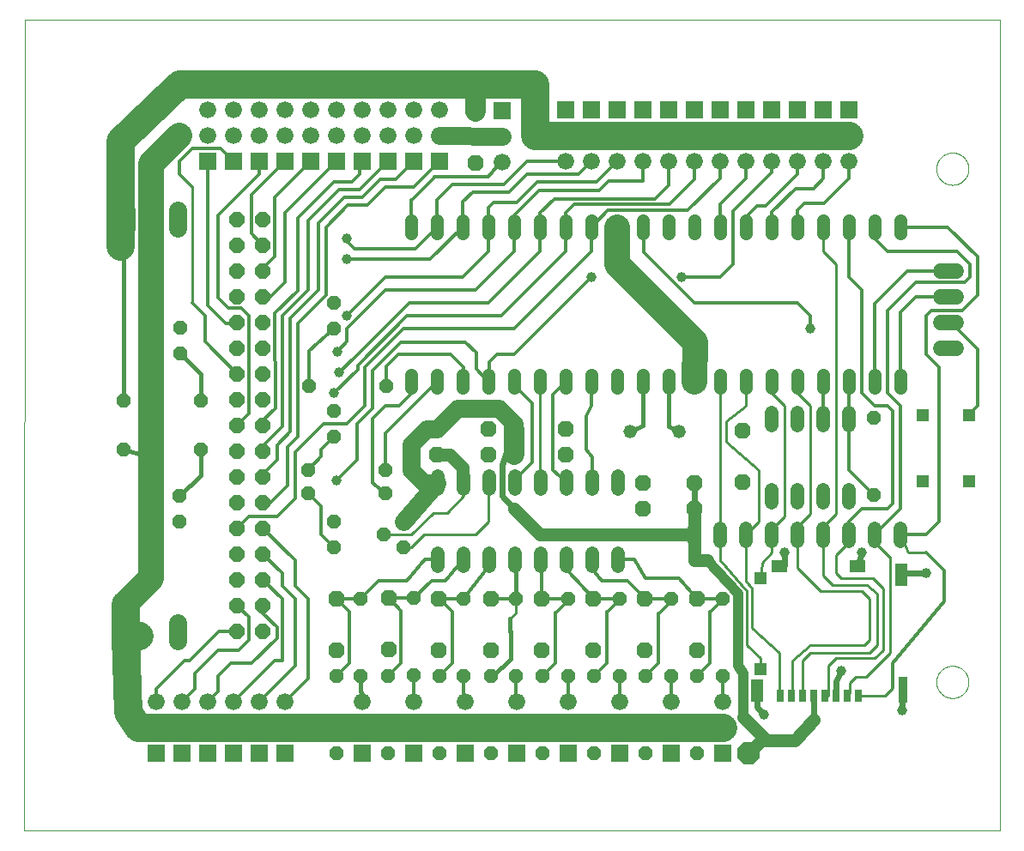
<source format=gtl>
G75*
%MOIN*%
%OFA0B0*%
%FSLAX25Y25*%
%IPPOS*%
%LPD*%
%AMOC8*
5,1,8,0,0,1.08239X$1,22.5*
%
%ADD10C,0.00000*%
%ADD11R,0.06600X0.06600*%
%ADD12C,0.06600*%
%ADD13C,0.05200*%
%ADD14OC8,0.06300*%
%ADD15C,0.07000*%
%ADD16OC8,0.05200*%
%ADD17C,0.05000*%
%ADD18C,0.05200*%
%ADD19OC8,0.06000*%
%ADD20C,0.05937*%
%ADD21R,0.05150X0.05150*%
%ADD22R,0.03150X0.04882*%
%ADD23R,0.05906X0.04528*%
%ADD24R,0.03740X0.09843*%
%ADD25R,0.04528X0.08661*%
%ADD26R,0.04567X0.04921*%
%ADD27R,0.04567X0.04724*%
%ADD28OC8,0.08500*%
%ADD29C,0.01600*%
%ADD30C,0.01200*%
%ADD31C,0.11000*%
%ADD32C,0.01000*%
%ADD33C,0.08000*%
%ADD34C,0.10000*%
%ADD35C,0.02400*%
%ADD36C,0.04000*%
%ADD37C,0.03962*%
%ADD38R,0.03962X0.03962*%
D10*
X0002170Y0001930D02*
X0002360Y0316881D01*
X0381061Y0316881D01*
X0381061Y0001920D01*
X0002170Y0001930D01*
X0356310Y0059720D02*
X0356312Y0059878D01*
X0356318Y0060035D01*
X0356328Y0060193D01*
X0356342Y0060350D01*
X0356360Y0060506D01*
X0356381Y0060663D01*
X0356407Y0060818D01*
X0356437Y0060973D01*
X0356470Y0061127D01*
X0356508Y0061280D01*
X0356549Y0061433D01*
X0356594Y0061584D01*
X0356643Y0061734D01*
X0356696Y0061882D01*
X0356752Y0062030D01*
X0356813Y0062175D01*
X0356876Y0062320D01*
X0356944Y0062462D01*
X0357015Y0062603D01*
X0357089Y0062742D01*
X0357167Y0062879D01*
X0357249Y0063014D01*
X0357333Y0063147D01*
X0357422Y0063278D01*
X0357513Y0063406D01*
X0357608Y0063533D01*
X0357705Y0063656D01*
X0357806Y0063778D01*
X0357910Y0063896D01*
X0358017Y0064012D01*
X0358127Y0064125D01*
X0358239Y0064236D01*
X0358355Y0064343D01*
X0358473Y0064448D01*
X0358593Y0064550D01*
X0358716Y0064648D01*
X0358842Y0064744D01*
X0358970Y0064836D01*
X0359100Y0064925D01*
X0359232Y0065011D01*
X0359367Y0065093D01*
X0359504Y0065172D01*
X0359642Y0065247D01*
X0359782Y0065319D01*
X0359925Y0065387D01*
X0360068Y0065452D01*
X0360214Y0065513D01*
X0360361Y0065570D01*
X0360509Y0065624D01*
X0360659Y0065674D01*
X0360809Y0065720D01*
X0360961Y0065762D01*
X0361114Y0065801D01*
X0361268Y0065835D01*
X0361423Y0065866D01*
X0361578Y0065892D01*
X0361734Y0065915D01*
X0361891Y0065934D01*
X0362048Y0065949D01*
X0362205Y0065960D01*
X0362363Y0065967D01*
X0362521Y0065970D01*
X0362678Y0065969D01*
X0362836Y0065964D01*
X0362993Y0065955D01*
X0363151Y0065942D01*
X0363307Y0065925D01*
X0363464Y0065904D01*
X0363619Y0065880D01*
X0363774Y0065851D01*
X0363929Y0065818D01*
X0364082Y0065782D01*
X0364235Y0065741D01*
X0364386Y0065697D01*
X0364536Y0065649D01*
X0364685Y0065598D01*
X0364833Y0065542D01*
X0364979Y0065483D01*
X0365124Y0065420D01*
X0365267Y0065353D01*
X0365408Y0065283D01*
X0365547Y0065210D01*
X0365685Y0065133D01*
X0365821Y0065052D01*
X0365954Y0064968D01*
X0366085Y0064881D01*
X0366214Y0064790D01*
X0366341Y0064696D01*
X0366466Y0064599D01*
X0366587Y0064499D01*
X0366707Y0064396D01*
X0366823Y0064290D01*
X0366937Y0064181D01*
X0367049Y0064069D01*
X0367157Y0063955D01*
X0367262Y0063837D01*
X0367365Y0063717D01*
X0367464Y0063595D01*
X0367560Y0063470D01*
X0367653Y0063342D01*
X0367743Y0063213D01*
X0367829Y0063081D01*
X0367913Y0062947D01*
X0367992Y0062811D01*
X0368069Y0062673D01*
X0368141Y0062533D01*
X0368210Y0062391D01*
X0368276Y0062248D01*
X0368338Y0062103D01*
X0368396Y0061956D01*
X0368451Y0061808D01*
X0368502Y0061659D01*
X0368549Y0061508D01*
X0368592Y0061357D01*
X0368631Y0061204D01*
X0368667Y0061050D01*
X0368698Y0060896D01*
X0368726Y0060741D01*
X0368750Y0060585D01*
X0368770Y0060428D01*
X0368786Y0060271D01*
X0368798Y0060114D01*
X0368806Y0059957D01*
X0368810Y0059799D01*
X0368810Y0059641D01*
X0368806Y0059483D01*
X0368798Y0059326D01*
X0368786Y0059169D01*
X0368770Y0059012D01*
X0368750Y0058855D01*
X0368726Y0058699D01*
X0368698Y0058544D01*
X0368667Y0058390D01*
X0368631Y0058236D01*
X0368592Y0058083D01*
X0368549Y0057932D01*
X0368502Y0057781D01*
X0368451Y0057632D01*
X0368396Y0057484D01*
X0368338Y0057337D01*
X0368276Y0057192D01*
X0368210Y0057049D01*
X0368141Y0056907D01*
X0368069Y0056767D01*
X0367992Y0056629D01*
X0367913Y0056493D01*
X0367829Y0056359D01*
X0367743Y0056227D01*
X0367653Y0056098D01*
X0367560Y0055970D01*
X0367464Y0055845D01*
X0367365Y0055723D01*
X0367262Y0055603D01*
X0367157Y0055485D01*
X0367049Y0055371D01*
X0366937Y0055259D01*
X0366823Y0055150D01*
X0366707Y0055044D01*
X0366587Y0054941D01*
X0366466Y0054841D01*
X0366341Y0054744D01*
X0366214Y0054650D01*
X0366085Y0054559D01*
X0365954Y0054472D01*
X0365821Y0054388D01*
X0365685Y0054307D01*
X0365547Y0054230D01*
X0365408Y0054157D01*
X0365267Y0054087D01*
X0365124Y0054020D01*
X0364979Y0053957D01*
X0364833Y0053898D01*
X0364685Y0053842D01*
X0364536Y0053791D01*
X0364386Y0053743D01*
X0364235Y0053699D01*
X0364082Y0053658D01*
X0363929Y0053622D01*
X0363774Y0053589D01*
X0363619Y0053560D01*
X0363464Y0053536D01*
X0363307Y0053515D01*
X0363151Y0053498D01*
X0362993Y0053485D01*
X0362836Y0053476D01*
X0362678Y0053471D01*
X0362521Y0053470D01*
X0362363Y0053473D01*
X0362205Y0053480D01*
X0362048Y0053491D01*
X0361891Y0053506D01*
X0361734Y0053525D01*
X0361578Y0053548D01*
X0361423Y0053574D01*
X0361268Y0053605D01*
X0361114Y0053639D01*
X0360961Y0053678D01*
X0360809Y0053720D01*
X0360659Y0053766D01*
X0360509Y0053816D01*
X0360361Y0053870D01*
X0360214Y0053927D01*
X0360068Y0053988D01*
X0359925Y0054053D01*
X0359782Y0054121D01*
X0359642Y0054193D01*
X0359504Y0054268D01*
X0359367Y0054347D01*
X0359232Y0054429D01*
X0359100Y0054515D01*
X0358970Y0054604D01*
X0358842Y0054696D01*
X0358716Y0054792D01*
X0358593Y0054890D01*
X0358473Y0054992D01*
X0358355Y0055097D01*
X0358239Y0055204D01*
X0358127Y0055315D01*
X0358017Y0055428D01*
X0357910Y0055544D01*
X0357806Y0055662D01*
X0357705Y0055784D01*
X0357608Y0055907D01*
X0357513Y0056034D01*
X0357422Y0056162D01*
X0357333Y0056293D01*
X0357249Y0056426D01*
X0357167Y0056561D01*
X0357089Y0056698D01*
X0357015Y0056837D01*
X0356944Y0056978D01*
X0356876Y0057120D01*
X0356813Y0057265D01*
X0356752Y0057410D01*
X0356696Y0057558D01*
X0356643Y0057706D01*
X0356594Y0057856D01*
X0356549Y0058007D01*
X0356508Y0058160D01*
X0356470Y0058313D01*
X0356437Y0058467D01*
X0356407Y0058622D01*
X0356381Y0058777D01*
X0356360Y0058934D01*
X0356342Y0059090D01*
X0356328Y0059247D01*
X0356318Y0059405D01*
X0356312Y0059562D01*
X0356310Y0059720D01*
X0356310Y0259120D02*
X0356312Y0259278D01*
X0356318Y0259435D01*
X0356328Y0259593D01*
X0356342Y0259750D01*
X0356360Y0259906D01*
X0356381Y0260063D01*
X0356407Y0260218D01*
X0356437Y0260373D01*
X0356470Y0260527D01*
X0356508Y0260680D01*
X0356549Y0260833D01*
X0356594Y0260984D01*
X0356643Y0261134D01*
X0356696Y0261282D01*
X0356752Y0261430D01*
X0356813Y0261575D01*
X0356876Y0261720D01*
X0356944Y0261862D01*
X0357015Y0262003D01*
X0357089Y0262142D01*
X0357167Y0262279D01*
X0357249Y0262414D01*
X0357333Y0262547D01*
X0357422Y0262678D01*
X0357513Y0262806D01*
X0357608Y0262933D01*
X0357705Y0263056D01*
X0357806Y0263178D01*
X0357910Y0263296D01*
X0358017Y0263412D01*
X0358127Y0263525D01*
X0358239Y0263636D01*
X0358355Y0263743D01*
X0358473Y0263848D01*
X0358593Y0263950D01*
X0358716Y0264048D01*
X0358842Y0264144D01*
X0358970Y0264236D01*
X0359100Y0264325D01*
X0359232Y0264411D01*
X0359367Y0264493D01*
X0359504Y0264572D01*
X0359642Y0264647D01*
X0359782Y0264719D01*
X0359925Y0264787D01*
X0360068Y0264852D01*
X0360214Y0264913D01*
X0360361Y0264970D01*
X0360509Y0265024D01*
X0360659Y0265074D01*
X0360809Y0265120D01*
X0360961Y0265162D01*
X0361114Y0265201D01*
X0361268Y0265235D01*
X0361423Y0265266D01*
X0361578Y0265292D01*
X0361734Y0265315D01*
X0361891Y0265334D01*
X0362048Y0265349D01*
X0362205Y0265360D01*
X0362363Y0265367D01*
X0362521Y0265370D01*
X0362678Y0265369D01*
X0362836Y0265364D01*
X0362993Y0265355D01*
X0363151Y0265342D01*
X0363307Y0265325D01*
X0363464Y0265304D01*
X0363619Y0265280D01*
X0363774Y0265251D01*
X0363929Y0265218D01*
X0364082Y0265182D01*
X0364235Y0265141D01*
X0364386Y0265097D01*
X0364536Y0265049D01*
X0364685Y0264998D01*
X0364833Y0264942D01*
X0364979Y0264883D01*
X0365124Y0264820D01*
X0365267Y0264753D01*
X0365408Y0264683D01*
X0365547Y0264610D01*
X0365685Y0264533D01*
X0365821Y0264452D01*
X0365954Y0264368D01*
X0366085Y0264281D01*
X0366214Y0264190D01*
X0366341Y0264096D01*
X0366466Y0263999D01*
X0366587Y0263899D01*
X0366707Y0263796D01*
X0366823Y0263690D01*
X0366937Y0263581D01*
X0367049Y0263469D01*
X0367157Y0263355D01*
X0367262Y0263237D01*
X0367365Y0263117D01*
X0367464Y0262995D01*
X0367560Y0262870D01*
X0367653Y0262742D01*
X0367743Y0262613D01*
X0367829Y0262481D01*
X0367913Y0262347D01*
X0367992Y0262211D01*
X0368069Y0262073D01*
X0368141Y0261933D01*
X0368210Y0261791D01*
X0368276Y0261648D01*
X0368338Y0261503D01*
X0368396Y0261356D01*
X0368451Y0261208D01*
X0368502Y0261059D01*
X0368549Y0260908D01*
X0368592Y0260757D01*
X0368631Y0260604D01*
X0368667Y0260450D01*
X0368698Y0260296D01*
X0368726Y0260141D01*
X0368750Y0259985D01*
X0368770Y0259828D01*
X0368786Y0259671D01*
X0368798Y0259514D01*
X0368806Y0259357D01*
X0368810Y0259199D01*
X0368810Y0259041D01*
X0368806Y0258883D01*
X0368798Y0258726D01*
X0368786Y0258569D01*
X0368770Y0258412D01*
X0368750Y0258255D01*
X0368726Y0258099D01*
X0368698Y0257944D01*
X0368667Y0257790D01*
X0368631Y0257636D01*
X0368592Y0257483D01*
X0368549Y0257332D01*
X0368502Y0257181D01*
X0368451Y0257032D01*
X0368396Y0256884D01*
X0368338Y0256737D01*
X0368276Y0256592D01*
X0368210Y0256449D01*
X0368141Y0256307D01*
X0368069Y0256167D01*
X0367992Y0256029D01*
X0367913Y0255893D01*
X0367829Y0255759D01*
X0367743Y0255627D01*
X0367653Y0255498D01*
X0367560Y0255370D01*
X0367464Y0255245D01*
X0367365Y0255123D01*
X0367262Y0255003D01*
X0367157Y0254885D01*
X0367049Y0254771D01*
X0366937Y0254659D01*
X0366823Y0254550D01*
X0366707Y0254444D01*
X0366587Y0254341D01*
X0366466Y0254241D01*
X0366341Y0254144D01*
X0366214Y0254050D01*
X0366085Y0253959D01*
X0365954Y0253872D01*
X0365821Y0253788D01*
X0365685Y0253707D01*
X0365547Y0253630D01*
X0365408Y0253557D01*
X0365267Y0253487D01*
X0365124Y0253420D01*
X0364979Y0253357D01*
X0364833Y0253298D01*
X0364685Y0253242D01*
X0364536Y0253191D01*
X0364386Y0253143D01*
X0364235Y0253099D01*
X0364082Y0253058D01*
X0363929Y0253022D01*
X0363774Y0252989D01*
X0363619Y0252960D01*
X0363464Y0252936D01*
X0363307Y0252915D01*
X0363151Y0252898D01*
X0362993Y0252885D01*
X0362836Y0252876D01*
X0362678Y0252871D01*
X0362521Y0252870D01*
X0362363Y0252873D01*
X0362205Y0252880D01*
X0362048Y0252891D01*
X0361891Y0252906D01*
X0361734Y0252925D01*
X0361578Y0252948D01*
X0361423Y0252974D01*
X0361268Y0253005D01*
X0361114Y0253039D01*
X0360961Y0253078D01*
X0360809Y0253120D01*
X0360659Y0253166D01*
X0360509Y0253216D01*
X0360361Y0253270D01*
X0360214Y0253327D01*
X0360068Y0253388D01*
X0359925Y0253453D01*
X0359782Y0253521D01*
X0359642Y0253593D01*
X0359504Y0253668D01*
X0359367Y0253747D01*
X0359232Y0253829D01*
X0359100Y0253915D01*
X0358970Y0254004D01*
X0358842Y0254096D01*
X0358716Y0254192D01*
X0358593Y0254290D01*
X0358473Y0254392D01*
X0358355Y0254497D01*
X0358239Y0254604D01*
X0358127Y0254715D01*
X0358017Y0254828D01*
X0357910Y0254944D01*
X0357806Y0255062D01*
X0357705Y0255184D01*
X0357608Y0255307D01*
X0357513Y0255434D01*
X0357422Y0255562D01*
X0357333Y0255693D01*
X0357249Y0255826D01*
X0357167Y0255961D01*
X0357089Y0256098D01*
X0357015Y0256237D01*
X0356944Y0256378D01*
X0356876Y0256520D01*
X0356813Y0256665D01*
X0356752Y0256810D01*
X0356696Y0256958D01*
X0356643Y0257106D01*
X0356594Y0257256D01*
X0356549Y0257407D01*
X0356508Y0257560D01*
X0356470Y0257713D01*
X0356437Y0257867D01*
X0356407Y0258022D01*
X0356381Y0258177D01*
X0356360Y0258334D01*
X0356342Y0258490D01*
X0356328Y0258647D01*
X0356318Y0258805D01*
X0356312Y0258962D01*
X0356310Y0259120D01*
D11*
X0322360Y0281920D03*
X0312360Y0281920D03*
X0302360Y0281920D03*
X0292360Y0281920D03*
X0282360Y0281920D03*
X0272360Y0281920D03*
X0262360Y0281920D03*
X0252360Y0281920D03*
X0242360Y0281920D03*
X0232360Y0281920D03*
X0222360Y0281920D03*
X0212360Y0281920D03*
X0187660Y0281720D03*
X0163360Y0261920D03*
X0153360Y0261920D03*
X0143360Y0261920D03*
X0133360Y0261920D03*
X0123360Y0261920D03*
X0113360Y0261920D03*
X0103360Y0261920D03*
X0093360Y0261920D03*
X0083360Y0261920D03*
X0073360Y0261920D03*
X0073360Y0031920D03*
X0083360Y0031920D03*
X0093360Y0031920D03*
X0103360Y0031920D03*
X0133360Y0031920D03*
X0153360Y0031920D03*
X0173360Y0031920D03*
X0193360Y0031920D03*
X0213360Y0031920D03*
X0233360Y0031920D03*
X0253360Y0031920D03*
X0273360Y0031920D03*
X0063360Y0031920D03*
X0053360Y0031920D03*
D12*
X0053360Y0041920D03*
X0063360Y0041920D03*
X0073360Y0041920D03*
X0083360Y0041920D03*
X0093360Y0041920D03*
X0103360Y0041920D03*
X0103360Y0051920D03*
X0093360Y0051920D03*
X0083360Y0051920D03*
X0073360Y0051920D03*
X0063360Y0051920D03*
X0053360Y0051920D03*
X0133360Y0051920D03*
X0133360Y0041920D03*
X0153360Y0041920D03*
X0153360Y0051920D03*
X0173360Y0051920D03*
X0173360Y0041920D03*
X0193360Y0041920D03*
X0193360Y0051920D03*
X0213360Y0051920D03*
X0213360Y0041920D03*
X0233360Y0041920D03*
X0233360Y0051920D03*
X0253360Y0051920D03*
X0253360Y0041920D03*
X0273360Y0041920D03*
X0273360Y0051920D03*
X0272360Y0261920D03*
X0262360Y0261920D03*
X0252360Y0261920D03*
X0242360Y0261920D03*
X0232360Y0261920D03*
X0222360Y0261920D03*
X0212360Y0261920D03*
X0212360Y0271920D03*
X0222360Y0271920D03*
X0232360Y0271920D03*
X0242360Y0271920D03*
X0252360Y0271920D03*
X0262360Y0271920D03*
X0272360Y0271920D03*
X0282360Y0271920D03*
X0282360Y0261920D03*
X0292360Y0261920D03*
X0302360Y0261920D03*
X0312360Y0261920D03*
X0322360Y0261920D03*
X0322360Y0271920D03*
X0312360Y0271920D03*
X0302360Y0271920D03*
X0292360Y0271920D03*
X0187660Y0271720D03*
X0187660Y0261720D03*
X0163360Y0271920D03*
X0153360Y0271920D03*
X0143360Y0271920D03*
X0133360Y0271920D03*
X0123360Y0271920D03*
X0113360Y0271920D03*
X0103360Y0271920D03*
X0093360Y0271920D03*
X0083360Y0271920D03*
X0073360Y0271920D03*
X0073360Y0281920D03*
X0083360Y0281920D03*
X0093360Y0281920D03*
X0103360Y0281920D03*
X0113360Y0281920D03*
X0123360Y0281920D03*
X0133360Y0281920D03*
X0143360Y0281920D03*
X0153360Y0281920D03*
X0163360Y0281920D03*
D13*
X0292360Y0164520D02*
X0292360Y0159320D01*
X0302360Y0159320D02*
X0302360Y0164520D01*
X0312360Y0164520D02*
X0312360Y0159320D01*
X0322360Y0159320D02*
X0322360Y0164520D01*
X0322360Y0134520D02*
X0322360Y0129320D01*
X0312360Y0129320D02*
X0312360Y0134520D01*
X0302360Y0134520D02*
X0302360Y0129320D01*
X0292360Y0129320D02*
X0292360Y0134520D01*
X0292360Y0119520D02*
X0292360Y0114320D01*
X0302360Y0114320D02*
X0302360Y0119520D01*
X0312360Y0119520D02*
X0312360Y0114320D01*
X0322360Y0114320D02*
X0322360Y0119520D01*
X0332360Y0119520D02*
X0332360Y0114320D01*
X0342360Y0114320D02*
X0342360Y0119520D01*
X0282360Y0119520D02*
X0282360Y0114320D01*
X0272360Y0114320D02*
X0272360Y0119520D01*
X0262360Y0119520D02*
X0262360Y0114320D01*
X0232860Y0109820D02*
X0232860Y0104620D01*
X0222860Y0104620D02*
X0222860Y0109820D01*
X0212860Y0109820D02*
X0212860Y0104620D01*
X0202860Y0104620D02*
X0202860Y0109820D01*
X0192860Y0109820D02*
X0192860Y0104620D01*
X0182860Y0104620D02*
X0182860Y0109820D01*
X0172860Y0109820D02*
X0172860Y0104620D01*
X0162860Y0104620D02*
X0162860Y0109820D01*
X0162860Y0134620D02*
X0162860Y0139820D01*
X0172860Y0139820D02*
X0172860Y0134620D01*
X0182860Y0134620D02*
X0182860Y0139820D01*
X0192860Y0139820D02*
X0192860Y0134620D01*
X0202860Y0134620D02*
X0202860Y0139820D01*
X0212860Y0139820D02*
X0212860Y0134620D01*
X0222860Y0134620D02*
X0222860Y0139820D01*
X0232860Y0139820D02*
X0232860Y0134620D01*
D14*
X0242360Y0136920D03*
X0242360Y0126920D03*
X0262360Y0126920D03*
X0262360Y0136920D03*
X0281060Y0137220D03*
X0281060Y0157220D03*
X0212360Y0157920D03*
X0212360Y0147920D03*
X0192360Y0147920D03*
X0182360Y0147920D03*
X0182360Y0157920D03*
X0192360Y0157920D03*
X0162360Y0157920D03*
X0162360Y0147920D03*
X0163160Y0091920D03*
X0143760Y0092320D03*
X0123360Y0091920D03*
X0123360Y0071920D03*
X0143760Y0072320D03*
X0163160Y0071920D03*
X0183360Y0071920D03*
X0202910Y0071920D03*
X0202910Y0091920D03*
X0183360Y0091920D03*
X0223060Y0091920D03*
X0243060Y0091920D03*
X0263360Y0091920D03*
X0263360Y0071920D03*
X0243060Y0071920D03*
X0223060Y0071920D03*
X0177360Y0261420D03*
X0177360Y0281420D03*
D15*
X0187660Y0271720D02*
X0163460Y0271920D01*
X0061560Y0243020D02*
X0061560Y0236020D01*
X0041560Y0236020D02*
X0041560Y0243020D01*
X0152360Y0151920D02*
X0158360Y0157920D01*
X0162360Y0157920D01*
X0170360Y0165920D01*
X0186360Y0165920D01*
X0192360Y0159920D01*
X0192360Y0157920D01*
X0162360Y0136920D02*
X0157360Y0136920D01*
X0152360Y0141920D01*
X0152360Y0151920D01*
X0162360Y0136920D02*
X0149360Y0121920D01*
X0061560Y0082620D02*
X0061560Y0075620D01*
X0041560Y0075620D02*
X0041560Y0082620D01*
D16*
X0062360Y0121920D03*
X0062360Y0131920D03*
X0070560Y0150020D03*
X0070660Y0169020D03*
X0062560Y0187320D03*
X0062560Y0197320D03*
X0040660Y0169020D03*
X0040560Y0150020D03*
X0112360Y0141920D03*
X0112360Y0132920D03*
X0122360Y0121920D03*
X0122360Y0111920D03*
X0141860Y0116920D03*
X0149360Y0111920D03*
X0149360Y0121920D03*
X0142360Y0132920D03*
X0142360Y0141920D03*
X0122360Y0154920D03*
X0122360Y0164920D03*
X0112660Y0174620D03*
X0122360Y0196920D03*
X0122360Y0206920D03*
X0142660Y0174620D03*
X0153360Y0092420D03*
X0172860Y0091920D03*
X0192960Y0091920D03*
X0213260Y0091920D03*
X0233360Y0091920D03*
X0253360Y0091920D03*
X0273360Y0091920D03*
X0273360Y0061920D03*
X0263360Y0061920D03*
X0253360Y0061920D03*
X0243360Y0061920D03*
X0233360Y0061920D03*
X0223360Y0061920D03*
X0213260Y0061920D03*
X0203360Y0061920D03*
X0192960Y0061920D03*
X0183360Y0061920D03*
X0172860Y0061920D03*
X0163360Y0061920D03*
X0153360Y0062420D03*
X0143360Y0061920D03*
X0132860Y0061920D03*
X0123360Y0061920D03*
X0123360Y0031920D03*
X0143360Y0031920D03*
X0163360Y0031920D03*
X0183360Y0031920D03*
X0203360Y0031920D03*
X0223360Y0031920D03*
X0243360Y0031920D03*
X0263360Y0031920D03*
X0332060Y0132320D03*
X0332060Y0162320D03*
X0132860Y0091920D03*
D17*
X0172360Y0137220D02*
X0172360Y0142920D01*
X0167360Y0147920D01*
X0162360Y0147920D01*
X0172360Y0137220D02*
X0172860Y0137220D01*
X0192360Y0126920D02*
X0202360Y0116920D01*
X0262360Y0116920D01*
X0262360Y0106920D02*
X0262360Y0126920D01*
X0262360Y0106920D02*
X0267360Y0106920D01*
X0281360Y0045920D02*
X0289360Y0037920D01*
X0283360Y0031920D01*
X0289360Y0037920D02*
X0290360Y0036920D01*
X0301360Y0036920D01*
X0308860Y0044920D01*
X0312360Y0173920D02*
X0312360Y0178920D01*
X0322360Y0178920D02*
X0322360Y0173920D01*
X0332360Y0173920D02*
X0332360Y0178920D01*
X0342360Y0178920D02*
X0342360Y0173920D01*
X0302360Y0173920D02*
X0302360Y0178920D01*
X0292360Y0178920D02*
X0292360Y0173920D01*
X0282360Y0173920D02*
X0282360Y0178920D01*
X0272360Y0178920D02*
X0272360Y0173920D01*
X0262360Y0173920D02*
X0262360Y0178920D01*
X0252360Y0178920D02*
X0252360Y0173920D01*
X0242360Y0173920D02*
X0242360Y0178920D01*
X0232360Y0178920D02*
X0232360Y0173920D01*
X0222360Y0173920D02*
X0222360Y0178920D01*
X0212360Y0178920D02*
X0212360Y0173920D01*
X0202360Y0173920D02*
X0202360Y0178920D01*
X0192360Y0178920D02*
X0192360Y0173920D01*
X0182360Y0173920D02*
X0182360Y0178920D01*
X0172360Y0178920D02*
X0172360Y0173920D01*
X0162360Y0173920D02*
X0162360Y0178920D01*
X0152360Y0178920D02*
X0152360Y0173920D01*
X0152360Y0233920D02*
X0152360Y0238920D01*
X0162360Y0238920D02*
X0162360Y0233920D01*
X0172360Y0233920D02*
X0172360Y0238920D01*
X0182360Y0238920D02*
X0182360Y0233920D01*
X0192360Y0233920D02*
X0192360Y0238920D01*
X0202360Y0238920D02*
X0202360Y0233920D01*
X0212360Y0233920D02*
X0212360Y0238920D01*
X0222360Y0238920D02*
X0222360Y0233920D01*
X0232360Y0233920D02*
X0232360Y0238920D01*
X0242360Y0238920D02*
X0242360Y0233920D01*
X0252360Y0233920D02*
X0252360Y0238920D01*
X0262360Y0238920D02*
X0262360Y0233920D01*
X0272360Y0233920D02*
X0272360Y0238920D01*
X0282360Y0238920D02*
X0282360Y0233920D01*
X0292360Y0233920D02*
X0292360Y0238920D01*
X0302360Y0238920D02*
X0302360Y0233920D01*
X0312360Y0233920D02*
X0312360Y0238920D01*
X0322360Y0238920D02*
X0322360Y0233920D01*
X0332360Y0233920D02*
X0332360Y0238920D01*
X0342360Y0238920D02*
X0342360Y0233920D01*
D18*
X0256360Y0156920D03*
X0237360Y0156920D03*
D19*
X0094860Y0159420D03*
X0084860Y0159420D03*
X0084860Y0169420D03*
X0094860Y0169420D03*
X0094860Y0179420D03*
X0084860Y0179420D03*
X0084860Y0189420D03*
X0094860Y0189420D03*
X0094860Y0199420D03*
X0084860Y0199420D03*
X0084860Y0209420D03*
X0094860Y0209420D03*
X0094860Y0219420D03*
X0084860Y0219420D03*
X0084860Y0229420D03*
X0094860Y0229420D03*
X0094860Y0239420D03*
X0084860Y0239420D03*
X0084860Y0149420D03*
X0094860Y0149420D03*
X0094860Y0139420D03*
X0084860Y0139420D03*
X0084860Y0129420D03*
X0094860Y0129420D03*
X0094860Y0119420D03*
X0084860Y0119420D03*
X0084860Y0109420D03*
X0094860Y0109420D03*
X0094860Y0099420D03*
X0084860Y0099420D03*
X0084860Y0089420D03*
X0094860Y0089420D03*
X0094860Y0079420D03*
X0084860Y0079420D03*
D20*
X0358091Y0189420D02*
X0364029Y0189420D01*
X0364029Y0199420D02*
X0358091Y0199420D01*
X0358091Y0209420D02*
X0364029Y0209420D01*
X0364029Y0219420D02*
X0358091Y0219420D01*
D21*
X0351189Y0163415D03*
X0368906Y0163415D03*
X0368906Y0137825D03*
X0351189Y0137825D03*
D22*
X0326096Y0054361D03*
X0321766Y0054361D03*
X0317435Y0054361D03*
X0313104Y0054361D03*
X0308773Y0054361D03*
X0304443Y0054361D03*
X0300112Y0054361D03*
X0295781Y0054361D03*
D23*
X0295230Y0104597D03*
X0325860Y0104597D03*
D24*
X0343222Y0056841D03*
D25*
X0342789Y0101448D03*
X0286608Y0056251D03*
D26*
X0288143Y0064715D03*
D27*
X0288143Y0100070D03*
D28*
X0283360Y0031920D03*
D29*
X0288143Y0064715D02*
X0288110Y0064749D01*
X0192960Y0091920D02*
X0192960Y0107120D01*
X0192860Y0107220D01*
X0192860Y0107820D01*
X0172860Y0107220D02*
X0171760Y0106220D01*
X0172560Y0106920D01*
X0190860Y0084420D02*
X0190860Y0079420D01*
X0191060Y0079420D01*
X0190960Y0079320D01*
X0190960Y0068720D01*
X0184160Y0061920D01*
X0183360Y0061920D01*
X0133360Y0054920D02*
X0133360Y0051920D01*
X0133360Y0054920D02*
X0132860Y0055920D01*
X0132860Y0061920D01*
X0062360Y0131920D02*
X0070560Y0140120D01*
X0070560Y0150020D01*
X0051360Y0146920D02*
X0040560Y0150020D01*
X0040660Y0169020D02*
X0040660Y0227620D01*
X0039360Y0228920D01*
X0037360Y0230920D01*
X0037360Y0231920D01*
X0062560Y0187320D02*
X0070660Y0179220D01*
X0070660Y0169020D01*
X0041560Y0079120D02*
X0044360Y0076920D01*
X0041360Y0076920D01*
X0237360Y0156920D02*
X0242360Y0159420D01*
X0242360Y0176420D01*
X0252360Y0176420D02*
X0252360Y0158920D01*
X0256360Y0156920D01*
X0332060Y0161920D02*
X0332060Y0162320D01*
D30*
X0332360Y0166920D02*
X0327360Y0171920D01*
X0327360Y0212120D01*
X0322360Y0217120D01*
X0322360Y0236420D01*
X0332360Y0236420D02*
X0332560Y0231620D01*
X0337260Y0226920D01*
X0364360Y0226920D01*
X0369360Y0221920D01*
X0369360Y0216920D01*
X0367360Y0214920D01*
X0348360Y0214920D01*
X0337360Y0203920D01*
X0337360Y0171920D01*
X0342360Y0166920D01*
X0342360Y0126920D01*
X0332360Y0116920D01*
X0332360Y0113920D01*
X0338360Y0107920D01*
X0342360Y0116920D02*
X0352260Y0116920D01*
X0357360Y0122020D01*
X0357360Y0181920D01*
X0352360Y0186920D01*
X0352360Y0201920D01*
X0354360Y0203920D01*
X0366360Y0203920D01*
X0372360Y0209920D01*
X0372360Y0224920D01*
X0360860Y0236420D01*
X0342360Y0236420D01*
X0345060Y0219420D02*
X0332360Y0206720D01*
X0332360Y0176420D01*
X0332360Y0166920D02*
X0337360Y0166920D01*
X0339360Y0164920D01*
X0339360Y0128920D01*
X0337360Y0126920D01*
X0327360Y0126920D01*
X0322360Y0121920D01*
X0332060Y0132320D02*
X0322360Y0141920D01*
X0322360Y0161920D01*
X0322360Y0176420D01*
X0312360Y0176420D02*
X0312360Y0161920D01*
X0302360Y0171920D02*
X0302360Y0176420D01*
X0307360Y0196920D02*
X0307360Y0201920D01*
X0302360Y0206920D01*
X0262360Y0206920D01*
X0242560Y0226720D01*
X0242360Y0236420D01*
X0252660Y0245220D02*
X0262360Y0254920D01*
X0262360Y0261920D01*
X0272360Y0261920D02*
X0272360Y0255420D01*
X0259860Y0242920D01*
X0228860Y0242920D01*
X0222360Y0236420D01*
X0222360Y0226920D01*
X0192360Y0196920D01*
X0149260Y0196920D01*
X0134360Y0182020D01*
X0134360Y0166920D01*
X0127360Y0159920D01*
X0118360Y0159920D01*
X0107360Y0148920D01*
X0107360Y0130920D01*
X0100360Y0123920D01*
X0089360Y0123920D01*
X0084860Y0119420D01*
X0094860Y0119420D02*
X0107360Y0106920D01*
X0107360Y0096920D01*
X0112360Y0091920D01*
X0112360Y0060920D01*
X0103360Y0051920D01*
X0093360Y0051920D02*
X0107360Y0065920D01*
X0107360Y0091920D01*
X0102360Y0096920D01*
X0102360Y0101920D01*
X0094860Y0109420D01*
X0094860Y0099420D02*
X0102360Y0091920D01*
X0102360Y0067920D01*
X0099360Y0067920D01*
X0083360Y0051920D01*
X0077360Y0055920D02*
X0077360Y0061920D01*
X0082360Y0066920D01*
X0090460Y0066920D01*
X0100360Y0076820D01*
X0100360Y0080920D01*
X0094860Y0086420D01*
X0094860Y0089420D01*
X0089360Y0084920D02*
X0084860Y0089420D01*
X0089360Y0084920D02*
X0089360Y0075920D01*
X0085360Y0071920D01*
X0077360Y0071920D01*
X0068360Y0062920D01*
X0068360Y0056920D01*
X0063360Y0051920D01*
X0053360Y0051920D02*
X0053360Y0056920D01*
X0064360Y0067920D01*
X0066360Y0067920D01*
X0077860Y0079420D01*
X0084860Y0079420D01*
X0077360Y0055920D02*
X0073360Y0051920D01*
X0047360Y0076920D02*
X0047305Y0076922D01*
X0047251Y0076927D01*
X0047197Y0076937D01*
X0047144Y0076950D01*
X0047092Y0076966D01*
X0047041Y0076986D01*
X0046992Y0077010D01*
X0046944Y0077036D01*
X0046899Y0077066D01*
X0046855Y0077099D01*
X0046814Y0077135D01*
X0046775Y0077174D01*
X0046739Y0077215D01*
X0046706Y0077259D01*
X0046676Y0077304D01*
X0046650Y0077352D01*
X0046626Y0077401D01*
X0046606Y0077452D01*
X0046590Y0077504D01*
X0046577Y0077557D01*
X0046567Y0077611D01*
X0046562Y0077665D01*
X0046560Y0077720D01*
X0094860Y0129420D02*
X0097860Y0129420D01*
X0104360Y0135920D01*
X0104360Y0151020D01*
X0108360Y0155020D01*
X0108360Y0198920D01*
X0119360Y0209920D01*
X0119460Y0236520D01*
X0127860Y0244920D01*
X0135360Y0244920D01*
X0142360Y0251920D01*
X0153360Y0251920D01*
X0163360Y0261920D01*
X0161360Y0255920D02*
X0182360Y0255920D01*
X0187460Y0261920D01*
X0187660Y0261720D01*
X0188360Y0252920D02*
X0197360Y0261920D01*
X0212360Y0261920D01*
X0217360Y0256920D02*
X0197360Y0256920D01*
X0190360Y0249920D01*
X0176360Y0249920D01*
X0172360Y0246220D01*
X0172360Y0236420D01*
X0159760Y0223920D01*
X0127360Y0223920D01*
X0130360Y0227920D02*
X0154060Y0227920D01*
X0162360Y0236420D01*
X0162360Y0246920D01*
X0168360Y0252920D01*
X0188360Y0252920D01*
X0184360Y0245920D02*
X0193360Y0245920D01*
X0201360Y0253920D01*
X0224360Y0253920D01*
X0232360Y0261920D01*
X0228960Y0254320D02*
X0225260Y0250620D01*
X0201960Y0250620D01*
X0192360Y0241020D01*
X0192360Y0236420D01*
X0192360Y0226920D01*
X0177360Y0211920D01*
X0142360Y0211920D01*
X0127360Y0196920D01*
X0127360Y0191920D01*
X0123760Y0187920D01*
X0130460Y0185820D02*
X0124360Y0180020D01*
X0131560Y0181120D02*
X0122360Y0171920D01*
X0112660Y0174620D02*
X0112660Y0188520D01*
X0122360Y0196920D01*
X0127360Y0201920D02*
X0142360Y0216920D01*
X0172360Y0216920D01*
X0182360Y0226920D01*
X0182360Y0236420D01*
X0182360Y0236920D01*
X0182360Y0236420D02*
X0182360Y0243920D01*
X0184360Y0245920D01*
X0202360Y0241920D02*
X0202360Y0236420D01*
X0202360Y0226920D01*
X0182360Y0206920D01*
X0151660Y0206920D01*
X0130460Y0185820D01*
X0131560Y0182820D02*
X0131560Y0181120D01*
X0131560Y0182820D02*
X0150660Y0201920D01*
X0187360Y0201920D01*
X0212360Y0226920D01*
X0212360Y0236420D01*
X0212360Y0241920D01*
X0215660Y0245220D01*
X0252660Y0245220D01*
X0247060Y0247520D02*
X0252360Y0252820D01*
X0252360Y0261920D01*
X0242360Y0261920D02*
X0242360Y0254320D01*
X0228960Y0254320D01*
X0222360Y0261920D02*
X0217360Y0256920D01*
X0207960Y0247520D02*
X0247060Y0247520D01*
X0232360Y0236420D02*
X0232360Y0236220D01*
X0222360Y0216920D02*
X0192360Y0186920D01*
X0185560Y0186920D01*
X0182560Y0183920D01*
X0182360Y0176420D01*
X0177560Y0181420D01*
X0177560Y0187620D01*
X0173460Y0191720D01*
X0148360Y0191720D01*
X0137360Y0180720D01*
X0137360Y0165920D01*
X0131360Y0159920D01*
X0131360Y0145920D01*
X0123360Y0137920D01*
X0117360Y0147220D02*
X0117360Y0149920D01*
X0122360Y0154920D01*
X0117360Y0147220D02*
X0112360Y0141920D01*
X0112360Y0132920D02*
X0117360Y0127920D01*
X0117360Y0116920D01*
X0122360Y0111920D01*
X0139860Y0098920D02*
X0132860Y0091920D01*
X0123360Y0091920D01*
X0128360Y0086920D01*
X0128360Y0066920D01*
X0123360Y0061920D01*
X0143360Y0061920D02*
X0148360Y0066920D01*
X0148360Y0087320D01*
X0143760Y0092320D01*
X0153360Y0092420D01*
X0160390Y0099170D01*
X0165680Y0099170D01*
X0171760Y0106220D01*
X0162860Y0107220D02*
X0157860Y0107220D01*
X0150560Y0098920D01*
X0139860Y0098920D01*
X0163160Y0091920D02*
X0164260Y0090620D01*
X0164460Y0091520D01*
X0163760Y0091520D01*
X0163360Y0091920D01*
X0172860Y0091920D01*
X0183060Y0105220D01*
X0182860Y0107220D01*
X0183360Y0091920D02*
X0192960Y0091920D01*
X0202910Y0091920D02*
X0213260Y0091920D01*
X0208360Y0086720D02*
X0208360Y0066920D01*
X0203360Y0061920D01*
X0192960Y0061920D02*
X0192960Y0052320D01*
X0193360Y0051920D01*
X0213260Y0052020D02*
X0213260Y0061920D01*
X0213260Y0052020D02*
X0213360Y0051920D01*
X0223360Y0061920D02*
X0228360Y0066920D01*
X0228360Y0086920D01*
X0223360Y0091920D02*
X0233360Y0091920D01*
X0223360Y0091920D02*
X0213860Y0102420D01*
X0212860Y0107220D01*
X0222360Y0106720D02*
X0222360Y0103920D01*
X0226360Y0098920D01*
X0236360Y0098920D01*
X0243060Y0092220D01*
X0243360Y0091920D01*
X0253360Y0091920D01*
X0248360Y0086520D02*
X0248360Y0066920D01*
X0243360Y0061920D01*
X0253360Y0061920D02*
X0253360Y0051920D01*
X0263360Y0061920D02*
X0268360Y0066920D01*
X0268360Y0086920D01*
X0273360Y0091920D02*
X0263360Y0091920D01*
X0256360Y0099920D01*
X0243260Y0099920D01*
X0238960Y0107220D01*
X0232860Y0107220D01*
X0222860Y0107220D02*
X0222360Y0106720D01*
X0202910Y0106520D02*
X0202910Y0091920D01*
X0202910Y0106520D02*
X0202860Y0107220D01*
X0168360Y0086920D02*
X0168360Y0066920D01*
X0163360Y0061920D01*
X0163060Y0061620D01*
X0172860Y0061920D02*
X0172760Y0052520D01*
X0173360Y0051920D01*
X0153360Y0051920D02*
X0153360Y0062420D01*
X0168360Y0086920D02*
X0164260Y0091020D01*
X0163760Y0091520D01*
X0164260Y0091020D02*
X0164260Y0090620D01*
X0142360Y0132920D02*
X0137360Y0136920D01*
X0137360Y0161920D01*
X0142360Y0166920D01*
X0147560Y0166920D01*
X0152560Y0171920D01*
X0152360Y0176420D01*
X0142660Y0174620D02*
X0142660Y0182220D01*
X0147360Y0186920D01*
X0167560Y0186920D01*
X0172560Y0181920D01*
X0172360Y0176420D01*
X0162360Y0176420D02*
X0142360Y0156420D01*
X0142360Y0141920D01*
X0105460Y0156920D02*
X0100360Y0151820D01*
X0100360Y0145920D01*
X0094860Y0140420D01*
X0094860Y0139420D01*
X0094860Y0149420D02*
X0094860Y0151420D01*
X0102360Y0158920D01*
X0102360Y0201920D01*
X0112360Y0211920D01*
X0112360Y0239020D01*
X0124260Y0250920D01*
X0132360Y0250920D01*
X0143360Y0261920D01*
X0146360Y0254920D02*
X0153360Y0261920D01*
X0146360Y0254920D02*
X0140360Y0254920D01*
X0133360Y0247920D01*
X0126260Y0247920D01*
X0116260Y0237920D01*
X0116360Y0211920D01*
X0105460Y0201020D01*
X0105460Y0156920D01*
X0094860Y0159420D02*
X0094860Y0161420D01*
X0099560Y0166120D01*
X0099460Y0202920D01*
X0108360Y0211820D01*
X0108360Y0239920D01*
X0122360Y0253920D01*
X0129360Y0253920D01*
X0132360Y0256920D01*
X0132360Y0260920D01*
X0133360Y0261920D01*
X0123360Y0261920D02*
X0103360Y0241920D01*
X0103360Y0214920D01*
X0097860Y0209420D01*
X0094860Y0209420D01*
X0089360Y0201920D02*
X0089360Y0163920D01*
X0084860Y0159420D01*
X0084860Y0179420D02*
X0072360Y0191920D01*
X0072360Y0201920D01*
X0067360Y0206920D01*
X0073360Y0205920D02*
X0073360Y0261920D01*
X0078360Y0266920D02*
X0083360Y0261920D01*
X0078360Y0266920D02*
X0067360Y0266920D01*
X0062360Y0261920D01*
X0062360Y0256920D01*
X0067360Y0251920D01*
X0077360Y0240920D02*
X0077360Y0208920D01*
X0081360Y0204920D01*
X0086360Y0204920D01*
X0089360Y0201920D01*
X0084860Y0199420D02*
X0084360Y0198920D01*
X0080360Y0198920D01*
X0073360Y0205920D01*
X0094860Y0219420D02*
X0094860Y0220420D01*
X0099360Y0224920D01*
X0099460Y0248120D01*
X0113360Y0261920D01*
X0103360Y0261920D02*
X0090360Y0248920D01*
X0090360Y0233920D01*
X0094860Y0229420D01*
X0077360Y0240920D02*
X0093360Y0256920D01*
X0093360Y0261920D01*
X0127360Y0231920D02*
X0127360Y0230920D01*
X0130360Y0227920D01*
X0152360Y0236420D02*
X0152360Y0246920D01*
X0202360Y0241920D02*
X0207960Y0247520D01*
X0257360Y0216920D02*
X0272360Y0216920D01*
X0277360Y0221920D01*
X0277360Y0242720D01*
X0292360Y0257720D01*
X0292360Y0261920D01*
X0302360Y0261920D02*
X0302360Y0256920D01*
X0292060Y0246620D01*
X0290060Y0244620D01*
X0286660Y0244620D01*
X0282360Y0240320D01*
X0282360Y0236420D01*
X0272360Y0236420D02*
X0272360Y0245420D01*
X0282360Y0255420D01*
X0282360Y0261920D01*
X0301660Y0251520D02*
X0292360Y0242220D01*
X0292360Y0236420D01*
X0302360Y0236420D02*
X0302360Y0243020D01*
X0304960Y0245620D01*
X0312660Y0245620D01*
X0322360Y0255320D01*
X0322360Y0261920D01*
X0312360Y0261920D02*
X0312360Y0255220D01*
X0308660Y0251520D01*
X0301660Y0251520D01*
X0345060Y0219420D02*
X0361060Y0219420D01*
X0361660Y0219420D01*
X0361060Y0209420D02*
X0348260Y0209420D01*
X0342360Y0203520D01*
X0342360Y0176920D01*
X0342560Y0176720D01*
X0342360Y0176420D01*
X0368860Y0163420D02*
X0372360Y0166920D01*
X0372360Y0189120D01*
X0362060Y0199420D01*
X0361060Y0199420D01*
X0352360Y0109920D02*
X0359360Y0102920D01*
X0359360Y0090920D01*
X0339360Y0066920D01*
X0339360Y0057420D01*
X0273360Y0061920D02*
X0273360Y0051920D01*
X0233360Y0051920D02*
X0233360Y0061920D01*
X0243060Y0091920D02*
X0243060Y0092220D01*
X0222860Y0137220D02*
X0222860Y0146920D01*
X0220360Y0149920D01*
X0220360Y0162920D01*
X0222360Y0166920D01*
X0222360Y0176420D01*
X0212360Y0176420D02*
X0207360Y0171420D01*
X0207360Y0141920D01*
X0212860Y0137220D01*
X0199360Y0144920D02*
X0192860Y0138420D01*
X0192860Y0137220D01*
X0199360Y0144920D02*
X0199360Y0167920D01*
X0194360Y0172920D01*
X0194360Y0174620D01*
X0192360Y0176420D01*
D31*
X0200360Y0271920D02*
X0200360Y0291920D01*
X0177360Y0291920D01*
X0062360Y0291920D01*
X0039360Y0269920D01*
X0039360Y0228920D01*
X0200360Y0271920D02*
X0222360Y0271920D01*
X0212360Y0271920D01*
X0222360Y0271920D02*
X0232360Y0271920D01*
X0242360Y0271920D01*
X0252360Y0271920D01*
X0262360Y0271920D01*
X0272360Y0271920D01*
X0282360Y0271920D01*
X0292360Y0271920D01*
X0302360Y0271920D01*
X0312360Y0271920D01*
X0322360Y0271920D01*
X0046560Y0077720D02*
X0041560Y0079120D01*
X0041360Y0076920D02*
X0042360Y0047920D01*
X0046360Y0041920D01*
X0053360Y0041920D01*
X0063360Y0041920D01*
X0073360Y0041920D01*
X0083360Y0041920D01*
X0093360Y0041920D01*
X0103360Y0041920D01*
X0133360Y0041920D01*
X0153360Y0041920D01*
X0173360Y0041920D01*
X0193360Y0041920D01*
X0213360Y0041920D01*
X0233360Y0041920D01*
X0253360Y0041920D01*
X0273360Y0041920D01*
X0041360Y0076920D02*
X0041360Y0089920D01*
D32*
X0141860Y0116920D02*
X0152360Y0116920D01*
X0160960Y0125520D01*
X0166360Y0125520D01*
X0172860Y0132020D01*
X0172860Y0137220D01*
X0162860Y0137220D02*
X0162360Y0136920D01*
X0182360Y0136720D02*
X0182360Y0121920D01*
X0177360Y0116920D01*
X0157360Y0116920D01*
X0152360Y0111920D01*
X0149360Y0111920D01*
X0182360Y0136720D02*
X0182860Y0137220D01*
X0202860Y0137220D02*
X0202860Y0141420D01*
X0202360Y0141920D01*
X0202360Y0176420D01*
X0272360Y0176420D02*
X0272360Y0116920D01*
X0272360Y0106920D01*
X0282860Y0095170D01*
X0282860Y0073920D01*
X0288110Y0068920D01*
X0288110Y0064749D01*
X0295360Y0070920D02*
X0284710Y0080670D01*
X0284710Y0095920D01*
X0282360Y0098920D01*
X0282360Y0116920D01*
X0287360Y0121920D01*
X0287360Y0141920D01*
X0274860Y0152920D01*
X0274860Y0160920D01*
X0282360Y0166920D01*
X0282360Y0176420D01*
X0292360Y0176420D02*
X0292360Y0171920D01*
X0297360Y0166920D01*
X0297360Y0123920D01*
X0292360Y0118920D01*
X0292360Y0116920D01*
X0292360Y0109920D01*
X0288643Y0106203D01*
X0288143Y0100070D01*
X0302360Y0103920D02*
X0302360Y0116920D01*
X0302360Y0119920D01*
X0307360Y0124920D01*
X0307360Y0166920D01*
X0302360Y0171920D01*
X0317360Y0125020D02*
X0317460Y0222020D01*
X0312360Y0227120D01*
X0312360Y0236420D01*
X0317360Y0125020D02*
X0312360Y0120020D01*
X0312360Y0116920D01*
X0312360Y0100920D01*
X0316110Y0097420D01*
X0329360Y0097420D01*
X0333360Y0093920D01*
X0333360Y0073920D01*
X0330360Y0070920D01*
X0307360Y0070920D01*
X0304360Y0067920D01*
X0304360Y0055920D01*
X0304443Y0054361D01*
X0300360Y0054361D02*
X0300360Y0067920D01*
X0307360Y0073920D01*
X0328360Y0073920D01*
X0330360Y0075920D01*
X0330360Y0091920D01*
X0327360Y0094920D01*
X0311360Y0094920D01*
X0302360Y0103920D01*
X0317360Y0101920D02*
X0319360Y0099920D01*
X0331610Y0099920D01*
X0335860Y0096170D01*
X0335860Y0071920D01*
X0332360Y0068920D01*
X0317360Y0068920D01*
X0314360Y0065920D01*
X0314360Y0054361D01*
X0313104Y0054361D01*
X0321766Y0054361D02*
X0322610Y0055420D01*
X0322610Y0059420D01*
X0325110Y0061670D01*
X0329110Y0061670D01*
X0338360Y0070920D01*
X0338360Y0107920D01*
X0345360Y0109920D02*
X0342360Y0116920D01*
X0345360Y0109920D02*
X0352360Y0109920D01*
X0322360Y0113920D02*
X0317360Y0108920D01*
X0317360Y0101920D01*
X0322360Y0113920D02*
X0322360Y0116920D01*
X0322360Y0121920D01*
X0273360Y0091920D02*
X0268360Y0086920D01*
X0253360Y0091520D02*
X0253360Y0091920D01*
X0253360Y0091520D02*
X0248360Y0086520D01*
X0233360Y0091920D02*
X0228360Y0086920D01*
X0213260Y0091620D02*
X0213260Y0091920D01*
X0213260Y0091620D02*
X0208360Y0086720D01*
X0192960Y0086520D02*
X0192960Y0091920D01*
X0192960Y0086520D02*
X0190860Y0084420D01*
X0295360Y0070920D02*
X0295360Y0054440D01*
X0295781Y0054361D01*
X0300112Y0054361D02*
X0300360Y0054361D01*
X0326096Y0054361D02*
X0336360Y0054361D01*
X0339360Y0057420D01*
X0152360Y0246920D02*
X0161360Y0255920D01*
X0067360Y0251920D02*
X0067360Y0211920D01*
X0067360Y0206920D01*
X0037360Y0231920D02*
X0041560Y0239520D01*
D33*
X0177360Y0281420D02*
X0177360Y0291920D01*
X0192360Y0157920D02*
X0192360Y0147920D01*
D34*
X0262360Y0176420D02*
X0262560Y0191720D01*
X0232360Y0221920D01*
X0232360Y0236220D01*
X0062360Y0271920D02*
X0057360Y0266920D01*
X0052360Y0261920D01*
X0051360Y0260920D01*
X0051360Y0146920D01*
X0051360Y0099920D01*
X0041360Y0089920D01*
D35*
X0187860Y0132170D02*
X0192360Y0126920D01*
X0187860Y0132170D02*
X0187860Y0143920D01*
X0192360Y0157920D01*
X0262360Y0136920D02*
X0262360Y0126920D01*
X0262360Y0116920D01*
X0295230Y0104597D02*
X0297360Y0104920D01*
X0297360Y0109920D01*
X0325860Y0104597D02*
X0327360Y0109920D01*
X0342789Y0101448D02*
X0345360Y0101920D01*
X0352360Y0101920D01*
X0319360Y0063920D02*
X0317360Y0059920D01*
X0317435Y0054361D01*
X0308860Y0053920D02*
X0308860Y0044920D01*
X0308860Y0053920D02*
X0308773Y0054361D01*
X0289360Y0047170D02*
X0286610Y0049920D01*
X0286608Y0056251D01*
X0343222Y0056841D02*
X0343160Y0048770D01*
D36*
X0281360Y0045920D02*
X0281360Y0062920D01*
X0279360Y0065920D01*
X0279360Y0093920D01*
X0267360Y0106920D01*
D37*
X0297360Y0109920D03*
X0327360Y0109920D03*
X0352360Y0101920D03*
X0319360Y0063920D03*
X0343160Y0048770D03*
X0289360Y0047170D03*
X0123360Y0137920D03*
X0122360Y0171920D03*
X0124360Y0180020D03*
X0123760Y0187920D03*
X0127360Y0201920D03*
X0127360Y0223920D03*
X0127360Y0231920D03*
X0222360Y0216920D03*
X0257360Y0216920D03*
X0307360Y0196920D03*
D38*
X0062360Y0271920D03*
X0057360Y0266920D03*
X0052360Y0261920D03*
M02*

</source>
